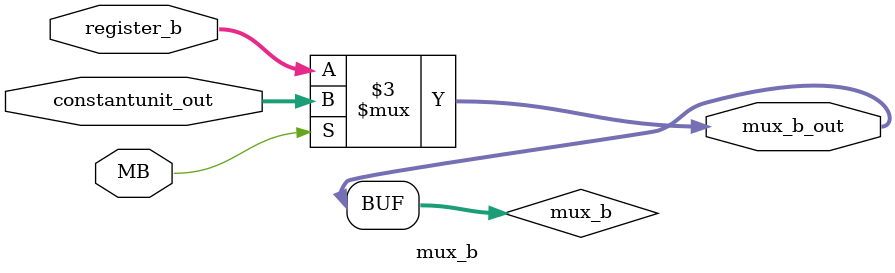
<source format=v>
`timescale 1ns / 1ps


module mux_b(
input MB, // mux a selector lines
input [7:0]constantunit_out,  //pc value from prevous cycle
input [7:0]register_b, //register a value output
output [7:0]mux_b_out  // mux a output value
);
reg [7:0]mux_b;  // register value a out
always@(*)
begin

if (MB)
    mux_b = constantunit_out;
else
    mux_b = register_b;
end
assign mux_b_out = mux_b ;
endmodule
</source>
